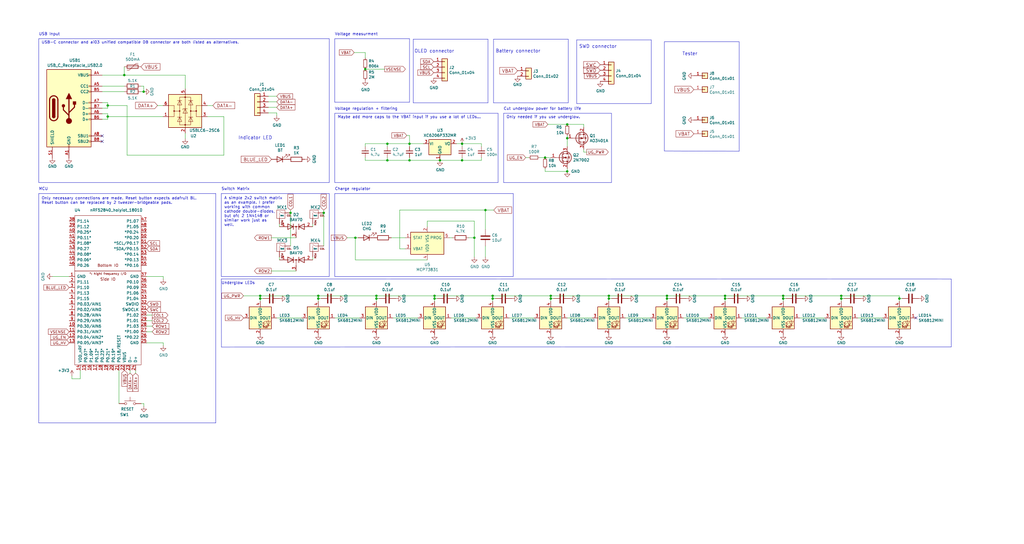
<source format=kicad_sch>
(kicad_sch (version 20211123) (generator eeschema)
  (paper "User" 470.002 250.012)
  (title_block (title "Forest 40 Bluetooth") (date "2022-01-07") (rev "1.0") (company "doantruonglam"))
  (junction (at 177.8 73.66))
  (junction (at 217.7288 109.22))
  (junction (at 260.35 78.74))
  (junction (at 212.09 73.66))
  (junction (at 252.7808 137.16))
  (junction (at 119.4308 137.16))
  (junction (at 260.35 63.5))
  (junction (at 201.93 73.66))
  (junction (at 222.8088 96.52))
  (junction (at 187.96 73.66))
  (junction (at 65.9384 42.1132))
  (junction (at 49.4284 48.4632))
  (junction (at 148.59 97.79))
  (junction (at 386.1308 137.16))
  (junction (at 119.4308 135.89))
  (junction (at 332.7908 135.89))
  (junction (at 199.4408 135.89))
  (junction (at 250.19 72.39))
  (junction (at 167.64 31.75))
  (junction (at 146.1008 135.89))
  (junction (at 332.7908 137.16))
  (junction (at 57.0484 34.4932))
  (junction (at 163.1188 109.22))
  (junction (at 252.7808 135.89))
  (junction (at 226.1108 135.89))
  (junction (at 412.8008 137.16))
  (junction (at 359.4608 135.89))
  (junction (at 133.35 97.79))
  (junction (at 226.1108 137.16))
  (junction (at 212.09 66.04))
  (junction (at 279.4508 135.89))
  (junction (at 199.4408 137.16))
  (junction (at 359.4608 137.16))
  (junction (at 146.1008 137.16))
  (junction (at 172.7708 137.16))
  (junction (at 279.4508 137.16))
  (junction (at 49.4284 53.5432))
  (junction (at 306.1208 135.89))
  (junction (at 386.1308 135.89))
  (junction (at 172.7708 135.89))
  (junction (at 260.35 57.15))
  (junction (at 187.96 66.04))
  (junction (at 177.8 66.04))
  (junction (at 306.1208 137.16))
  (no_connect (at 46.8884 62.4332))
  (no_connect (at 420.4208 146.05))
  (no_connect (at 46.8884 64.9732))
  (wire (pts (xy 159.3088 109.22) (xy 163.1188 109.22)))
  (wire (pts (xy 177.8 73.66) (xy 187.96 73.66)))
  (wire (pts (xy 185.9788 109.22) (xy 179.6288 109.22)))
  (wire (pts (xy 183.4388 96.52) (xy 183.4388 114.3)))
  (wire (pts (xy 148.59 97.79) (xy 148.59 113.03)))
  (wire (pts (xy 57.0484 34.4932) (xy 84.9884 34.4932)))
  (wire (pts (xy 260.35 77.47) (xy 260.35 78.74)))
  (wire (pts (xy 74.93 128.27) (xy 74.93 127)))
  (wire (pts (xy 252.7808 135.89) (xy 252.7808 137.16)))
  (polyline (pts (xy 153.67 52.07) (xy 228.6 52.07)) (stroke (width 0) (type solid)))
  (polyline (pts (xy 223.9772 18.034) (xy 223.9772 47.244)) (stroke (width 0) (type solid)))
  (wire (pts (xy 279.4508 137.16) (xy 279.4508 138.43)))
  (wire (pts (xy 119.4308 137.16) (xy 119.4308 138.43)))
  (wire (pts (xy 414.0708 137.16) (xy 412.8008 137.16)))
  (wire (pts (xy 183.4388 96.52) (xy 222.8088 96.52)))
  (wire (pts (xy 95.1484 53.5432) (xy 102.7684 53.5432)))
  (polyline (pts (xy 151.13 83.82) (xy 17.78 83.82)) (stroke (width 0) (type solid)))
  (wire (pts (xy 177.8 73.66) (xy 167.64 73.66)))
  (wire (pts (xy 74.93 158.75) (xy 74.93 157.48)))
  (wire (pts (xy 359.4608 137.16) (xy 359.4608 138.43)))
  (polyline (pts (xy 187.96 46.99) (xy 153.67 46.99)) (stroke (width 0) (type solid)))
  (wire (pts (xy 306.1208 137.16) (xy 306.1208 138.43)))
  (wire (pts (xy 146.1008 137.16) (xy 146.1008 138.43)))
  (polyline (pts (xy 231.14 52.07) (xy 231.14 83.82)) (stroke (width 0) (type solid)))
  (wire (pts (xy 163.1188 109.22) (xy 164.3888 109.22)))
  (polyline (pts (xy 189.6872 18.034) (xy 189.6872 47.244)) (stroke (width 0) (type solid)))
  (wire (pts (xy 280.7208 137.16) (xy 279.4508 137.16)))
  (polyline (pts (xy 436.626 128.2192) (xy 436.626 159.3596)) (stroke (width 0) (type solid)))
  (wire (pts (xy 69.85 149.86) (xy 67.31 149.86)))
  (wire (pts (xy 199.4408 135.89) (xy 199.4408 137.16)))
  (polyline (pts (xy 17.78 83.82) (xy 17.78 17.78)) (stroke (width 0) (type solid)))
  (wire (pts (xy 260.35 67.31) (xy 260.35 63.5)))
  (wire (pts (xy 33.02 173.99) (xy 33.02 172.72)))
  (wire (pts (xy 123.19 51.8668) (xy 127 51.8668)))
  (polyline (pts (xy 151.13 17.78) (xy 151.13 83.82)) (stroke (width 0) (type solid)))
  (wire (pts (xy 49.4284 48.4632) (xy 58.3184 48.4632)))
  (polyline (pts (xy 153.67 52.07) (xy 153.67 83.82)) (stroke (width 0) (type solid)))
  (wire (pts (xy 196.1388 101.6) (xy 217.7288 101.6)))
  (wire (pts (xy 200.7108 137.16) (xy 199.4408 137.16)))
  (wire (pts (xy 172.7708 135.89) (xy 199.4408 135.89)))
  (wire (pts (xy 186.69 62.23) (xy 187.96 62.23)))
  (wire (pts (xy 46.8884 39.5732) (xy 57.0484 39.5732)))
  (wire (pts (xy 133.35 97.79) (xy 133.35 113.03)))
  (polyline (pts (xy 99.06 194.31) (xy 99.06 88.9)) (stroke (width 0) (type solid)))
  (wire (pts (xy 220.98 67.31) (xy 220.98 66.04)))
  (wire (pts (xy 359.4608 135.89) (xy 359.4608 137.16)))
  (polyline (pts (xy 17.78 194.31) (xy 99.06 194.31)) (stroke (width 0) (type solid)))
  (wire (pts (xy 279.4508 135.89) (xy 306.1208 135.89)))
  (wire (pts (xy 279.4508 135.89) (xy 279.4508 137.16)))
  (wire (pts (xy 174.0408 137.16) (xy 172.7708 137.16)))
  (wire (pts (xy 247.65 72.39) (xy 250.19 72.39)))
  (wire (pts (xy 241.3 72.39) (xy 242.57 72.39)))
  (polyline (pts (xy 260.8072 47.244) (xy 226.5172 47.244)) (stroke (width 0) (type solid)))
  (wire (pts (xy 49.4284 48.4632) (xy 49.4284 49.7332)))
  (wire (pts (xy 58.3184 71.3232) (xy 102.7684 71.3232)))
  (wire (pts (xy 251.46 57.15) (xy 260.35 57.15)))
  (wire (pts (xy 306.1208 135.89) (xy 306.1208 137.16)))
  (wire (pts (xy 212.09 67.31) (xy 212.09 66.04)))
  (polyline (pts (xy 436.626 159.3596) (xy 101.6508 159.4612)) (stroke (width 0) (type solid)))
  (wire (pts (xy 66.04 186.69) (xy 66.04 185.42)))
  (wire (pts (xy 226.1108 135.89) (xy 252.7808 135.89)))
  (polyline (pts (xy 189.6872 18.034) (xy 223.9772 18.034)) (stroke (width 0) (type solid)))
  (wire (pts (xy 332.7908 135.89) (xy 332.7908 137.16)))
  (wire (pts (xy 143.51 118.11) (xy 143.51 119.38)))
  (wire (pts (xy 386.1308 135.89) (xy 386.1308 137.16)))
  (wire (pts (xy 226.1108 135.89) (xy 226.1108 137.16)))
  (wire (pts (xy 180.3908 146.05) (xy 191.8208 146.05)))
  (wire (pts (xy 212.09 73.66) (xy 220.98 73.66)))
  (wire (pts (xy 65.9384 39.5732) (xy 64.6684 39.5732)))
  (wire (pts (xy 46.8884 54.8132) (xy 49.4284 54.8132)))
  (polyline (pts (xy 101.6 88.9) (xy 101.6 127)) (stroke (width 0) (type solid)))
  (wire (pts (xy 167.64 66.04) (xy 177.8 66.04)))
  (wire (pts (xy 307.3908 137.16) (xy 306.1208 137.16)))
  (wire (pts (xy 250.19 78.74) (xy 250.19 77.47)))
  (polyline (pts (xy 304.9524 19.2024) (xy 304.9524 69.342)) (stroke (width 0) (type solid)))
  (wire (pts (xy 135.89 124.46) (xy 124.46 124.46)))
  (wire (pts (xy 217.7288 109.22) (xy 217.7288 118.11)))
  (wire (pts (xy 135.89 109.22) (xy 124.46 109.22)))
  (polyline (pts (xy 17.78 17.78) (xy 151.13 17.78)) (stroke (width 0) (type solid)))
  (wire (pts (xy 69.85 152.4) (xy 67.31 152.4)))
  (wire (pts (xy 306.1208 135.89) (xy 332.7908 135.89)))
  (wire (pts (xy 72.2884 48.4632) (xy 74.8284 48.4632)))
  (polyline (pts (xy 223.9772 47.244) (xy 189.6872 47.244)) (stroke (width 0) (type solid)))
  (wire (pts (xy 220.98 66.04) (xy 212.09 66.04)))
  (wire (pts (xy 199.4408 135.89) (xy 226.1108 135.89)))
  (wire (pts (xy 128.27 118.11) (xy 128.27 119.38)))
  (polyline (pts (xy 231.14 83.82) (xy 280.67 83.82)) (stroke (width 0) (type solid)))
  (wire (pts (xy 177.8 66.04) (xy 187.96 66.04)))
  (wire (pts (xy 393.7508 146.05) (xy 405.1808 146.05)))
  (wire (pts (xy 163.1188 119.38) (xy 163.1188 109.22)))
  (wire (pts (xy 233.7308 146.05) (xy 245.1608 146.05)))
  (wire (pts (xy 177.8 72.39) (xy 177.8 73.66)))
  (polyline (pts (xy 226.5172 18.034) (xy 226.5172 47.244)) (stroke (width 0) (type solid)))
  (wire (pts (xy 226.1108 137.16) (xy 226.1108 138.43)))
  (wire (pts (xy 146.1008 135.89) (xy 172.7708 135.89)))
  (wire (pts (xy 334.0608 137.16) (xy 332.7908 137.16)))
  (wire (pts (xy 187.96 67.31) (xy 187.96 66.04)))
  (wire (pts (xy 359.4608 135.89) (xy 386.1308 135.89)))
  (wire (pts (xy 260.35 62.23) (xy 260.35 63.5)))
  (wire (pts (xy 187.96 66.04) (xy 194.31 66.04)))
  (wire (pts (xy 172.7708 137.16) (xy 172.7708 138.43)))
  (wire (pts (xy 254.0508 137.16) (xy 252.7808 137.16)))
  (polyline (pts (xy 153.67 83.82) (xy 228.6 83.82)) (stroke (width 0) (type solid)))
  (polyline (pts (xy 260.8072 18.034) (xy 260.8072 47.244)) (stroke (width 0) (type solid)))
  (wire (pts (xy 102.7684 71.3232) (xy 102.7684 53.5432)))
  (wire (pts (xy 36.83 173.99) (xy 36.83 170.18)))
  (wire (pts (xy 123.19 46.7868) (xy 127 46.7868)))
  (polyline (pts (xy 153.67 17.78) (xy 153.67 46.99)) (stroke (width 0) (type solid)))
  (wire (pts (xy 33.02 173.99) (xy 36.83 173.99)))
  (wire (pts (xy 167.64 31.75) (xy 176.53 31.75)))
  (wire (pts (xy 260.35 57.15) (xy 267.97 57.15)))
  (wire (pts (xy 209.55 66.04) (xy 212.09 66.04)))
  (polyline (pts (xy 298.958 18.3388) (xy 298.958 47.5488)) (stroke (width 0) (type solid)))
  (wire (pts (xy 119.4308 135.89) (xy 146.1008 135.89)))
  (wire (pts (xy 49.4284 53.5432) (xy 49.4284 54.8132)))
  (wire (pts (xy 57.0484 34.4932) (xy 57.0484 30.6832)))
  (wire (pts (xy 196.1388 101.6) (xy 196.1388 104.14)))
  (wire (pts (xy 62.23 170.18) (xy 62.23 171.45)))
  (wire (pts (xy 74.93 157.48) (xy 67.31 157.48)))
  (wire (pts (xy 332.7908 135.89) (xy 359.4608 135.89)))
  (wire (pts (xy 250.19 72.39) (xy 252.73 72.39)))
  (wire (pts (xy 199.4408 137.16) (xy 199.4408 138.43)))
  (wire (pts (xy 386.1308 135.89) (xy 412.8008 135.89)))
  (wire (pts (xy 46.8884 49.7332) (xy 49.4284 49.7332)))
  (wire (pts (xy 340.4108 146.05) (xy 351.8408 146.05)))
  (wire (pts (xy 49.4284 47.1932) (xy 49.4284 48.4632)))
  (wire (pts (xy 313.7408 146.05) (xy 325.1708 146.05)))
  (wire (pts (xy 49.4284 53.5432) (xy 74.8284 53.5432)))
  (polyline (pts (xy 99.06 88.9) (xy 17.78 88.9)) (stroke (width 0) (type solid)))
  (wire (pts (xy 187.96 73.66) (xy 201.93 73.66)))
  (polyline (pts (xy 339.2424 19.2024) (xy 339.2424 69.4944)) (stroke (width 0) (type solid)))
  (wire (pts (xy 147.3708 137.16) (xy 146.1008 137.16)))
  (wire (pts (xy 84.9884 34.4932) (xy 84.9884 40.8432)))
  (wire (pts (xy 267.97 69.85) (xy 267.97 68.58)))
  (polyline (pts (xy 280.67 83.82) (xy 280.67 52.07)) (stroke (width 0) (type solid)))
  (polyline (pts (xy 231.14 52.07) (xy 280.67 52.07)) (stroke (width 0) (type solid)))
  (wire (pts (xy 386.1308 137.16) (xy 386.1308 138.43)))
  (wire (pts (xy 123.19 44.2468) (xy 127 44.2468)))
  (wire (pts (xy 162.56 24.13) (xy 167.64 24.13)))
  (polyline (pts (xy 339.2424 69.4944) (xy 304.9524 69.342)) (stroke (width 0) (type solid)))
  (wire (pts (xy 167.64 24.13) (xy 167.64 26.67)))
  (wire (pts (xy 332.7908 137.16) (xy 332.7908 138.43)))
  (polyline (pts (xy 264.668 18.3388) (xy 298.958 18.3388)) (stroke (width 0) (type solid)))
  (wire (pts (xy 59.69 170.18) (xy 59.69 171.45)))
  (wire (pts (xy 252.7808 137.16) (xy 252.7808 138.43)))
  (polyline (pts (xy 228.6 52.07) (xy 228.6 83.82)) (stroke (width 0) (type solid)))
  (wire (pts (xy 54.61 185.42) (xy 54.61 170.18)))
  (wire (pts (xy 153.7208 146.05) (xy 165.1508 146.05)))
  (wire (pts (xy 287.0708 146.05) (xy 298.5008 146.05)))
  (wire (pts (xy 267.97 57.15) (xy 267.97 58.42)))
  (wire (pts (xy 128.27 102.87) (xy 128.27 104.14)))
  (polyline (pts (xy 101.6 128.1176) (xy 436.626 128.2192)) (stroke (width 0) (type solid)))
  (wire (pts (xy 123.19 49.3268) (xy 127 49.3268)))
  (polyline (pts (xy 226.5172 18.034) (xy 260.8072 18.034)) (stroke (width 0) (type solid)))
  (polyline (pts (xy 264.668 18.3388) (xy 264.668 47.5488)) (stroke (width 0) (type solid)))
  (wire (pts (xy 69.85 144.78) (xy 67.31 144.78)))
  (wire (pts (xy 133.35 96.52) (xy 133.35 97.79)))
  (wire (pts (xy 111.76 135.89) (xy 119.4308 135.89)))
  (wire (pts (xy 207.0608 146.05) (xy 218.4908 146.05)))
  (wire (pts (xy 84.9884 61.1632) (xy 84.9884 63.7032)))
  (wire (pts (xy 69.85 147.32) (xy 67.31 147.32)))
  (polyline (pts (xy 17.78 88.9) (xy 17.78 194.31)) (stroke (width 0) (type solid)))
  (polyline (pts (xy 153.67 127) (xy 235.5596 127)) (stroke (width 0) (type solid)))
  (wire (pts (xy 119.4308 135.89) (xy 119.4308 137.16)))
  (polyline (pts (xy 101.6508 159.4612) (xy 101.6 128.1176)) (stroke (width 0) (type solid)))
  (wire (pts (xy 64.6684 42.1132) (xy 65.9384 42.1132)))
  (wire (pts (xy 227.3808 137.16) (xy 226.1108 137.16)))
  (wire (pts (xy 74.93 127) (xy 67.31 127)))
  (wire (pts (xy 167.64 73.66) (xy 167.64 72.39)))
  (wire (pts (xy 201.93 73.66) (xy 212.09 73.66)))
  (wire (pts (xy 46.8884 52.2732) (xy 49.4284 52.2732)))
  (wire (pts (xy 95.1484 48.4632) (xy 97.6884 48.4632)))
  (wire (pts (xy 207.5688 109.22) (xy 206.2988 109.22)))
  (polyline (pts (xy 153.67 88.9) (xy 235.5596 88.9)) (stroke (width 0) (type solid)))
  (wire (pts (xy 49.4284 52.2732) (xy 49.4284 53.5432)))
  (wire (pts (xy 120.7008 137.16) (xy 119.4308 137.16)))
  (wire (pts (xy 252.7808 135.89) (xy 279.4508 135.89)))
  (wire (pts (xy 222.8088 96.52) (xy 222.8088 105.41)))
  (wire (pts (xy 58.3184 48.4632) (xy 58.3184 71.3232)))
  (wire (pts (xy 46.8884 47.1932) (xy 49.4284 47.1932)))
  (polyline (pts (xy 304.9524 19.2024) (xy 339.2424 19.2024)) (stroke (width 0) (type solid)))
  (wire (pts (xy 127.0508 146.05) (xy 138.4808 146.05)))
  (wire (pts (xy 143.51 102.87) (xy 143.51 104.14)))
  (wire (pts (xy 148.59 96.52) (xy 148.59 97.79)))
  (wire (pts (xy 412.8008 135.89) (xy 412.8008 137.16)))
  (wire (pts (xy 31.75 127) (xy 24.13 127)))
  (wire (pts (xy 222.8088 96.52) (xy 226.6188 96.52)))
  (polyline (pts (xy 298.958 47.5488) (xy 264.668 47.5488)) (stroke (width 0) (type solid)))
  (wire (pts (xy 360.7308 137.16) (xy 359.4608 137.16)))
  (wire (pts (xy 367.0808 146.05) (xy 378.5108 146.05)))
  (wire (pts (xy 187.96 62.23) (xy 187.96 66.04)))
  (wire (pts (xy 177.8 67.31) (xy 177.8 66.04)))
  (wire (pts (xy 212.09 72.39) (xy 212.09 73.66)))
  (polyline (pts (xy 151.13 88.9) (xy 151.13 127)) (stroke (width 0) (type solid)))
  (wire (pts (xy 196.1388 119.38) (xy 163.1188 119.38)))
  (polyline (pts (xy 153.67 17.78) (xy 187.96 17.78)) (stroke (width 0) (type solid)))
  (polyline (pts (xy 151.13 127) (xy 101.6 127)) (stroke (width 0) (type solid)))
  (wire (pts (xy 187.96 72.39) (xy 187.96 73.66)))
  (wire (pts (xy 172.7708 135.89) (xy 172.7708 137.16)))
  (wire (pts (xy 222.8088 118.11) (xy 222.8088 113.03)))
  (wire (pts (xy 46.8884 34.4932) (xy 57.0484 34.4932)))
  (wire (pts (xy 260.35 78.74) (xy 250.19 78.74)))
  (wire (pts (xy 220.98 73.66) (xy 220.98 72.39)))
  (wire (pts (xy 217.7288 101.6) (xy 217.7288 109.22)))
  (wire (pts (xy 65.9384 42.1132) (xy 65.9384 39.5732)))
  (polyline (pts (xy 101.6 88.9) (xy 151.13 88.9)) (stroke (width 0) (type solid)))
  (wire (pts (xy 46.8884 42.1132) (xy 57.0484 42.1132)))
  (polyline (pts (xy 187.96 17.78) (xy 187.96 46.99)) (stroke (width 0) (type solid)))
  (polyline (pts (xy 235.5596 127) (xy 235.5596 88.9)) (stroke (width 0) (type solid)))
  (wire (pts (xy 260.4008 146.05) (xy 271.8308 146.05)))
  (wire (pts (xy 387.4008 137.16) (xy 386.1308 137.16)))
  (polyline (pts (xy 153.67 88.9) (xy 153.67 127)) (stroke (width 0) (type solid)))
  (wire (pts (xy 215.1888 109.22) (xy 217.7288 109.22)))
  (wire (pts (xy 167.64 67.31) (xy 167.64 66.04)))
  (wire (pts (xy 412.8008 137.16) (xy 412.8008 138.43)))
  (wire (pts (xy 183.4388 114.3) (xy 185.9788 114.3)))
  (wire (pts (xy 146.1008 135.89) (xy 146.1008 137.16)))
  (wire (pts (xy 269.24 69.85) (xy 267.97 69.85)))
  (wire (pts (xy 127 51.8668) (xy 127 53.1368)))
  (wire (pts (xy 66.04 185.42) (xy 64.77 185.42)))
  (text "Only necessary connections are made. Reset button expects adafruit BL.\nReset button can be replaced by 2 tweezer-bridgeable pads." (at 19.05 93.98 0) (effects (font (size 1.27 1.27)) (justify left bottom)))
  (text "Underglow LEDs" (at 101.6 130.81 0) (effects (font (size 1.27 1.27)) (justify left bottom)))
  (text "OLED connector" (at 190.1444 24.4856 0) (effects (font (size 1.524 1.524)) (justify left bottom)))
  (text "Indicator LED" (at 109.3724 64.3128 0) (effects (font (size 1.524 1.524)) (justify left bottom)))
  (text "Switch Matrix" (at 101.6 87.63 0) (effects (font (size 1.27 1.27)) (justify left bottom)))
  (text "SWD connector" (at 265.7856 22.352 0) (effects (font (size 1.524 1.524)) (justify left bottom)))
  (text "USB Input" (at 17.78 16.51 0) (effects (font (size 1.27 1.27)) (justify left bottom)))
  (text "Charge regulator" (at 153.67 87.63 0) (effects (font (size 1.27 1.27)) (justify left bottom)))
  (text "Maybe add more caps to the VBAT input if you use a lot of LEDs..." (at 154.94 54.61 0) (effects (font (size 1.27 1.27)) (justify left bottom)))
  (text "Battery connector" (at 227.4316 24.4348 0) (effects (font (size 1.524 1.524)) (justify left bottom)))
  (text "MCU" (at 17.78 87.63 0) (effects (font (size 1.27 1.27)) (justify left bottom)))
  (text "A simple 2x2 switch matrix \nas an example. I prefer \nworking with common \ncathode double-diodes, \nbut ofc 2 1N4148 or \nsimilar work just as \nwell." (at 102.87 104.14 0) (effects (font (size 1.27 1.27)) (justify left bottom)))
  (text "Cut underglow power for battery life" (at 231.14 50.8 0) (effects (font (size 1.27 1.27)) (justify left bottom)))
  (text "Tester" (at 313.1312 25.7048 0) (effects (font (size 1.524 1.524)) (justify left bottom)))
  (text "USB-C connector and ai03 unified compatible DB connector are both listed as alternatives." (at 19.05 20.32 0) (effects (font (size 1.27 1.27)) (justify left bottom)))
  (text "Voltage regulation + filtering" (at 153.67 50.8 0) (effects (font (size 1.27 1.27)) (justify left bottom)))
  (text "Voltage measurment" (at 153.67 16.51 0) (effects (font (size 1.27 1.27)) (justify left bottom)))
  (text "Only needed if you use underglow." (at 232.41 54.61 0) (effects (font (size 1.27 1.27)) (justify left bottom)))
  (global_label "BLUE_LED" (shape input) (at 31.75 132.08 180) (property "Intersheet References" "${INTERSHEET_REFS}" (effects hide)))
  (global_label "VSENSE" (shape output) (at 176.53 31.75 0) (property "Intersheet References" "${INTERSHEET_REFS}" (effects hide)))
  (global_label "COL1" (shape input) (at 133.35 96.52 90) (property "Intersheet References" "${INTERSHEET_REFS}" (effects hide)))
  (global_label "VBAT" (shape input) (at 226.6188 96.52 0) (effects (font (size 1.524 1.524))) (property "Intersheet References" "${INTERSHEET_REFS}" (effects hide)))
  (global_label "VBUS" (shape input) (at 57.15 170.18 270) (property "Intersheet References" "${INTERSHEET_REFS}" (effects hide)))
  (global_label "SCL" (shape input) (at 67.31 111.76 0) (property "Intersheet References" "${INTERSHEET_REFS}" (effects hide)))
  (global_label "COL2" (shape output) (at 69.85 147.32 0) (property "Intersheet References" "${INTERSHEET_REFS}" (effects hide)))
  (global_label "VBUS" (shape input) (at 127 44.2468 0) (property "Intersheet References" "${INTERSHEET_REFS}" (effects hide)))
  (global_label "UG_PWR" (shape input) (at 111.76 135.89 180) (property "Intersheet References" "${INTERSHEET_REFS}" (effects hide)))
  (global_label "VBUS" (shape input) (at 275.4884 34.8488 180) (property "Intersheet References" "${INTERSHEET_REFS}" (effects hide)))
  (global_label "VBAT" (shape input) (at 162.56 24.13 180) (property "Intersheet References" "${INTERSHEET_REFS}" (effects hide)))
  (global_label "VSENSE" (shape input) (at 31.75 152.4 180) (property "Intersheet References" "${INTERSHEET_REFS}" (effects hide)))
  (global_label "DATA-" (shape input) (at 97.6884 48.4632 0) (effects (font (size 1.524 1.524))) (property "Intersheet References" "${INTERSHEET_REFS}" (effects hide)))
  (global_label "VBUS" (shape input) (at 199.0344 33.3756 180) (property "Intersheet References" "${INTERSHEET_REFS}" (effects hide)))
  (global_label "SWD" (shape input) (at 275.4884 32.3088 180) (effects (font (size 1.524 1.524))) (property "Intersheet References" "${INTERSHEET_REFS}" (effects hide)))
  (global_label "ROW1" (shape input) (at 69.85 149.86 0) (property "Intersheet References" "${INTERSHEET_REFS}" (effects hide)))
  (global_label "VBAT" (shape input) (at 318.4652 61.468 180) (effects (font (size 1.524 1.524))) (property "Intersheet References" "${INTERSHEET_REFS}" (effects hide)))
  (global_label "VBUS" (shape input) (at 159.3088 109.22 180) (property "Intersheet References" "${INTERSHEET_REFS}" (effects hide)))
  (global_label "DATA-" (shape input) (at 59.69 171.45 270) (property "Intersheet References" "${INTERSHEET_REFS}" (effects hide)))
  (global_label "SDA" (shape input) (at 67.31 114.3 0) (property "Intersheet References" "${INTERSHEET_REFS}" (effects hide)))
  (global_label "SCL" (shape input) (at 199.0344 30.8356 180) (property "Intersheet References" "${INTERSHEET_REFS}" (effects hide)))
  (global_label "UG_HV" (shape input) (at 111.8108 146.05 180) (property "Intersheet References" "${INTERSHEET_REFS}" (effects hide)))
  (global_label "VBAT" (shape input) (at 186.69 62.23 180) (property "Intersheet References" "${INTERSHEET_REFS}" (effects hide)))
  (global_label "SWC" (shape input) (at 275.4884 29.7688 180) (effects (font (size 1.524 1.524))) (property "Intersheet References" "${INTERSHEET_REFS}" (effects hide)))
  (global_label "DATA+" (shape input) (at 72.2884 48.4632 180) (effects (font (size 1.524 1.524))) (property "Intersheet References" "${INTERSHEET_REFS}" (effects hide)))
  (global_label "DATA+" (shape input) (at 127 49.3268 0) (property "Intersheet References" "${INTERSHEET_REFS}" (effects hide)))
  (global_label "ROW2" (shape input) (at 69.85 152.4 0) (property "Intersheet References" "${INTERSHEET_REFS}" (effects hide)))
  (global_label "DATA-" (shape input) (at 127 46.7868 0) (property "Intersheet References" "${INTERSHEET_REFS}" (effects hide)))
  (global_label "ROW2" (shape output) (at 124.46 124.46 180) (property "Intersheet References" "${INTERSHEET_REFS}" (effects hide)))
  (global_label "VBAT" (shape input) (at 237.5408 32.512 180) (effects (font (size 1.524 1.524))) (property "Intersheet References" "${INTERSHEET_REFS}" (effects hide)))
  (global_label "UG_HV" (shape input) (at 31.75 157.48 180) (property "Intersheet References" "${INTERSHEET_REFS}" (effects hide)))
  (global_label "COL1" (shape output) (at 69.85 144.78 0) (property "Intersheet References" "${INTERSHEET_REFS}" (effects hide)))
  (global_label "SDA" (shape input) (at 199.0344 28.2956 180) (property "Intersheet References" "${INTERSHEET_REFS}" (effects hide)))
  (global_label "VBUS" (shape input) (at 64.6684 30.6832 0) (effects (font (size 1.524 1.524))) (property "Intersheet References" "${INTERSHEET_REFS}" (effects hide)))
  (global_label "UG_EN" (shape input) (at 241.3 72.39 180) (property "Intersheet References" "${INTERSHEET_REFS}" (effects hide)))
  (global_label "VBAT" (shape input) (at 251.46 57.15 180) (property "Intersheet References" "${INTERSHEET_REFS}" (effects hide)))
  (global_label "SWD" (shape input) (at 67.31 139.7 0) (property "Intersheet References" "${INTERSHEET_REFS}" (effects hide)))
  (global_label "VBUS" (shape input) (at 318.4652 41.148 180) (effects (font (size 1.524 1.524))) (property "Intersheet References" "${INTERSHEET_REFS}" (effects hide)))
  (global_label "UG_PWR" (shape output) (at 269.24 69.85 0) (property "Intersheet References" "${INTERSHEET_REFS}" (effects hide)))
  (global_label "SWC" (shape input) (at 67.31 142.24 0) (property "Intersheet References" "${INTERSHEET_REFS}" (effects hide)))
  (global_label "ROW1" (shape output) (at 124.46 109.22 180) (property "Intersheet References" "${INTERSHEET_REFS}" (effects hide)))
  (global_label "DATA+" (shape input) (at 62.23 171.45 270) (property "Intersheet References" "${INTERSHEET_REFS}" (effects hide)))
  (global_label "BLUE_LED" (shape input) (at 124.6124 73.2028 180) (effects (font (size 1.524 1.524))) (property "Intersheet References" "${INTERSHEET_REFS}" (effects hide)))
  (global_label "COL2" (shape input) (at 148.59 96.52 90) (property "Intersheet References" "${INTERSHEET_REFS}" (effects hide)))
  (global_label "UG_EN" (shape input) (at 31.75 154.94 180) (property "Intersheet References" "${INTERSHEET_REFS}" (effects hide)))
  (symbol (lib_id "power:+3.3V") (at 212.09 66.04 0) (unit 1)
    (property "Reference" "#PWR011" (effects hide))
    (property "Value" "+3.3V" (at 215.9 63.5 0))
  )
  (symbol (lib_id "power:GND") (at 201.93 73.66 0) (unit 1)
    (property "Reference" "#PWR014" (effects hide))
    (property "Value" "GND" (at 202.057 78.0542 0))
  )
  (symbol (lib_id "kicad-keyboard-parts:XC6206PxxxMR-Regulator_Linear") (at 201.93 66.04 0) (unit 1)
    (property "Reference" "U3" (at 201.93 59.8932 0))
    (property "Value" "XC6206P332MR" (at 201.93 62.2046 0))
    (property "Footprint" "Package_TO_SOT_SMD:SOT-23" (effects hide))
    (property "Datasheet" "https://www.torexsemi.com/file/xc6206/XC6206.pdf" (effects hide))
    (property "LCSC" "C5446" (effects hide))
  )
  (symbol (lib_id "Device:C_Small") (at 187.96 69.85 0) (unit 1)
    (property "Reference" "C3" (at 190.2968 68.6816 0) (effects (justify left)))
    (property "Value" "1uF" (at 190.2968 70.993 0) (effects (justify left)))
    (property "Footprint" "Capacitor_SMD:C_0603_1608Metric_Pad1.05x0.95mm_HandSolder" (effects hide))
    (property "LCSC" "C52923" (effects hide))
  )
  (symbol (lib_id "Device:C_Small") (at 212.09 69.85 0) (unit 1)
    (property "Reference" "C4" (at 214.4268 68.6816 0) (effects (justify left)))
    (property "Value" "1uF" (at 214.4268 70.993 0) (effects (justify left)))
    (property "Footprint" "Capacitor_SMD:C_0603_1608Metric_Pad1.05x0.95mm_HandSolder" (effects hide))
    (property "LCSC" "C52923" (effects hide))
  )
  (symbol (lib_id "Device:C_Small") (at 177.8 69.85 0) (unit 1)
    (property "Reference" "C2" (at 180.1368 68.6816 0) (effects (justify left)))
    (property "Value" "4.7uF" (at 180.1368 70.993 0) (effects (justify left)))
    (property "Footprint" "Capacitor_SMD:C_0603_1608Metric_Pad1.05x0.95mm_HandSolder" (effects hide))
    (property "LCSC" "C23733" (effects hide))
  )
  (symbol (lib_id "Connector:USB_C_Receptacle_USB2.0") (at 31.6484 49.7332 0) (unit 1)
    (property "Reference" "USB1" (at 34.3662 27.7114 0))
    (property "Value" "USB_C_Receptacle_USB2.0" (at 34.3662 30.0228 0))
    (property "Footprint" "Connector_USB:USB_C_Receptacle_HRO_TYPE-C-31-M-12" (effects hide))
    (property "Datasheet" "https://www.usb.org/sites/default/files/documents/usb_type-c.zip" (effects hide))
  )
  (symbol (lib_id "forest-40-ble:GND-nrfmicro-rescue") (at 31.6484 72.5932 0) (unit 1)
    (property "Reference" "#PWR0103" (effects hide))
    (property "Value" "GND" (at 31.6484 76.4032 0))
  )
  (symbol (lib_id "Device:C") (at 222.8088 109.22 0) (unit 1)
    (property "Reference" "C6" (at 225.7298 108.0516 0) (effects (justify left)))
    (property "Value" "10uF" (at 225.7298 110.363 0) (effects (justify left)))
    (property "Footprint" "Capacitor_SMD:C_0805_2012Metric" (effects hide))
  )
  (symbol (lib_id "Device:R") (at 211.3788 109.22 90) (unit 1)
    (property "Reference" "R10" (at 211.3788 103.9622 90))
    (property "Value" "4.7K" (at 211.3788 106.2736 90))
    (property "Footprint" "Resistor_SMD:R_0805_2012Metric" (effects hide))
  )
  (symbol (lib_id "Battery_Management:MCP73831-2-OT") (at 196.1388 111.76 180) (unit 1)
    (property "Reference" "U5" (at 196.1388 121.5644 0))
    (property "Value" "MCP73831" (at 196.1388 123.8758 0))
    (property "Footprint" "Package_TO_SOT_SMD:SOT-23-5" (effects hide))
    (property "Datasheet" "http://ww1.microchip.com/downloads/en/DeviceDoc/20001984g.pdf" (effects hide))
  )
  (symbol (lib_id "power:GND") (at 222.8088 118.11 0) (unit 1)
    (property "Reference" "#PWR010" (effects hide))
    (property "Value" "GND" (at 222.9358 122.5042 0))
  )
  (symbol (lib_id "power:GND") (at 217.7288 118.11 0) (unit 1)
    (property "Reference" "#PWR09" (effects hide))
    (property "Value" "GND" (at 217.8558 122.5042 0))
  )
  (symbol (lib_id "Device:R") (at 136.0424 73.2028 90) (unit 1)
    (property "Reference" "R3" (at 136.0424 67.945 90))
    (property "Value" "1K" (at 136.0424 70.2564 90))
    (property "Footprint" "Resistor_SMD:R_0805_2012Metric" (effects hide))
  )
  (symbol (lib_id "power:GND") (at 139.8524 73.2028 90) (unit 1)
    (property "Reference" "#PWR06" (effects hide))
    (property "Value" "GND" (at 144.2466 73.0758 0))
  )
  (symbol (lib_id "Device:LED") (at 128.4224 73.2028 180) (unit 1)
    (property "Reference" "LED1" (at 128.6002 66.7258 0))
    (property "Value" "BT" (at 128.6002 69.0372 0))
    (property "Footprint" "LED_SMD:LED_0805_2012Metric" (effects hide))
  )
  (symbol (lib_id "Device:R") (at 175.8188 109.22 90) (unit 1)
    (property "Reference" "R9" (at 175.8188 103.9622 90))
    (property "Value" "1K" (at 175.8188 106.2736 90))
    (property "Footprint" "Resistor_SMD:R_0805_2012Metric" (effects hide))
  )
  (symbol (lib_id "Device:LED") (at 168.1988 109.22 180) (unit 1)
    (property "Reference" "LED2" (at 168.3766 102.743 0))
    (property "Value" "CHG" (at 168.3766 105.0544 0))
    (property "Footprint" "LED_SMD:LED_0805_2012Metric" (effects hide))
  )
  (symbol (lib_id "forest-40-ble:GND-nrfmicro-rescue") (at 237.5408 35.052 0) (unit 1)
    (property "Reference" "#PWR015" (effects hide))
    (property "Value" "GND" (at 237.5408 38.862 0))
  )
  (symbol (lib_id "Connector_Generic:Conn_01x02") (at 242.6208 32.512 0) (unit 1)
    (property "Reference" "J3" (at 244.6528 32.7152 0) (effects (justify left)))
    (property "Value" "Conn_01x02" (at 244.6528 35.0266 0) (effects (justify left)))
    (property "Footprint" "Connector_PinHeader_2.54mm:PinHeader_1x02_P2.54mm_Horizontal" (effects hide))
  )
  (symbol (lib_id "Device:R") (at 60.8584 39.5732 270) (unit 1)
    (property "Reference" "R1" (at 60.8584 39.5732 90))
    (property "Value" "5.1K" (at 60.8584 37.0332 90))
    (property "Footprint" "Resistor_SMD:R_0805_2012Metric" (effects hide))
  )
  (symbol (lib_id "Device:R") (at 60.8584 42.1132 270) (unit 1)
    (property "Reference" "R2" (at 60.8584 42.1132 90))
    (property "Value" "5.1K" (at 60.8584 45.0596 90))
    (property "Footprint" "Resistor_SMD:R_0805_2012Metric" (effects hide))
  )
  (symbol (lib_id "forest-40-ble:GND-nrfmicro-rescue") (at 65.9384 42.1132 90) (unit 1)
    (property "Reference" "#PWR0104" (effects hide))
    (property "Value" "GND" (at 69.7484 42.1132 0))
  )
  (symbol (lib_id "Device:C_Small") (at 167.64 69.85 0) (unit 1)
    (property "Reference" "C1" (at 169.9768 68.6816 0) (effects (justify left)))
    (property "Value" "4.7u" (at 169.9768 70.993 0) (effects (justify left)))
    (property "Footprint" "Capacitor_SMD:C_0603_1608Metric_Pad1.05x0.95mm_HandSolder" (effects hide))
    (property "LCSC" "C7171" (effects hide))
  )
  (symbol (lib_id "Connector_Generic:Conn_01x04") (at 204.1144 30.8356 0) (unit 1)
    (property "Reference" "J2" (at 206.1464 31.0388 0) (effects (justify left)))
    (property "Value" "Conn_01x04" (at 206.1464 33.3502 0) (effects (justify left)))
    (property "Footprint" "Button_Switch_Keyboard:0.91_SSD1306_OLED" (effects hide))
  )
  (symbol (lib_id "power:GND") (at 199.0344 35.9156 0) (unit 1)
    (property "Reference" "#PWR017" (effects hide))
    (property "Value" "GND" (at 199.1614 40.3098 0))
  )
  (symbol (lib_id "Connector_Generic:Conn_01x04") (at 280.5684 32.3088 0) (unit 1)
    (property "Reference" "J4" (at 282.6004 32.512 0) (effects (justify left)))
    (property "Value" "Conn_01x04" (at 282.6004 34.8234 0) (effects (justify left)))
    (property "Footprint" "Connector_PinHeader_2.54mm:PinHeader_1x04_P2.54mm_Vertical" (effects hide))
  )
  (symbol (lib_id "power:GND") (at 275.4884 37.3888 0) (unit 1)
    (property "Reference" "#PWR0102" (effects hide))
    (property "Value" "GND" (at 275.6154 41.783 0))
  )
  (symbol (lib_id "Device:Polyfuse") (at 60.8584 30.6832 270) (unit 1)
    (property "Reference" "F1" (at 60.8584 24.9682 90))
    (property "Value" "500mA" (at 60.8584 27.2796 90))
    (property "Footprint" "Fuse:Fuse_0805_2012Metric" (effects hide))
  )
  (symbol (lib_id "Power_Protection:USBLC6-2SC6") (at 84.9884 51.0032 0) (unit 1)
    (property "Reference" "U2" (at 88.7984 62.4332 0))
    (property "Value" "USBLC6-2SC6" (at 93.8784 59.8932 0))
    (property "Footprint" "Package_TO_SOT_SMD:SOT-23-6" (effects hide))
    (property "Datasheet" "http://www2.st.com/resource/en/datasheet/CD00050750.pdf" (effects hide))
  )
  (symbol (lib_id "forest-40-ble:GND-nrfmicro-rescue") (at 84.9884 63.7032 0) (unit 1)
    (property "Reference" "#PWR013" (effects hide))
    (property "Value" "GND" (at 84.9884 67.5132 0))
  )
  (symbol (lib_id "forest-40-ble:GND-nrfmicro-rescue") (at 24.0284 72.5932 0) (unit 1)
    (property "Reference" "#PWR0106" (effects hide))
    (property "Value" "GND" (at 24.0284 76.4032 0))
  )
  (symbol (lib_id "Connector_Generic:Conn_01x01") (at 323.5452 61.468 0) (unit 1)
    (property "Reference" "J5" (at 325.5772 60.4012 0) (effects (justify left)))
    (property "Value" "Conn_01x01" (at 325.5772 62.7126 0) (effects (justify left)))
    (property "Footprint" "nrfmicro:round-square-pads" (effects hide))
  )
  (symbol (lib_id "Connector_Generic:Conn_01x01") (at 323.5452 55.118 0) (unit 1)
    (property "Reference" "J6" (at 325.5772 54.0512 0) (effects (justify left)))
    (property "Value" "Conn_01x01" (at 325.5772 56.3626 0) (effects (justify left)))
    (property "Footprint" "nrfmicro:round-square-pads" (effects hide))
  )
  (symbol (lib_id "power:GND") (at 318.4652 55.118 270) (unit 1)
    (property "Reference" "#PWR057" (effects hide))
    (property "Value" "GND" (at 314.071 55.245 0))
  )
  (symbol (lib_id "Connector_Generic:Conn_01x01") (at 323.5452 34.798 0) (unit 1)
    (property "Reference" "J8" (at 325.5772 33.7312 0) (effects (justify left)))
    (property "Value" "Conn_01x01" (at 325.5772 36.0426 0) (effects (justify left)))
    (property "Footprint" "nrfmicro:round-square-pads" (effects hide))
  )
  (symbol (lib_id "Connector_Generic:Conn_01x01") (at 323.5452 41.148 0) (unit 1)
    (property "Reference" "J7" (at 325.5772 40.0812 0) (effects (justify left)))
    (property "Value" "Conn_01x01" (at 325.5772 42.3926 0) (effects (justify left)))
    (property "Footprint" "nrfmicro:round-square-pads" (effects hide))
  )
  (symbol (lib_id "power:GND") (at 318.4652 34.798 270) (unit 1)
    (property "Reference" "#PWR058" (effects hide))
    (property "Value" "GND" (at 314.071 34.925 0))
  )
  (symbol (lib_id "LED:SK6812MINI") (at 306.1208 146.05 0) (unit 1)
    (property "Reference" "LED10" (at 314.8584 144.8816 0) (effects (justify left)))
    (property "Value" "SK6812MINI" (at 314.8584 147.193 0) (effects (justify left)))
    (property "Footprint" "LED_SMD:LED_SK6812MINI_PLCC4_3.5x3.5mm_P1.75mm" (effects hide))
    (property "Datasheet" "https://cdn-shop.adafruit.com/product-files/2686/SK6812MINI_REV.01-1-2.pdf" (effects hide))
  )
  (symbol (lib_id "forest-40-ble:GND-nrfmicro-rescue") (at 306.1208 153.67 0) (unit 1)
    (property "Reference" "#PWR052" (effects hide))
    (property "Value" "GND" (at 306.1208 157.48 0))
  )
  (symbol (lib_id "Device:C") (at 311.2008 137.16 270) (unit 1)
    (property "Reference" "C14" (at 311.2008 130.7592 90))
    (property "Value" "0.1uf" (at 311.2008 133.0706 90))
    (property "Footprint" "Capacitor_SMD:C_0805_2012Metric" (effects hide))
  )
  (symbol (lib_id "forest-40-ble:GND-nrfmicro-rescue") (at 315.0108 137.16 90) (unit 1)
    (property "Reference" "#PWR047" (effects hide))
    (property "Value" "GND" (at 318.8208 137.16 0))
  )
  (symbol (lib_id "LED:SK6812MINI") (at 332.7908 146.05 0) (unit 1)
    (property "Reference" "LED11" (at 341.5284 144.8816 0) (effects (justify left)))
    (property "Value" "SK6812MINI" (at 341.5284 147.193 0) (effects (justify left)))
    (property "Footprint" "LED_SMD:LED_SK6812MINI_PLCC4_3.5x3.5mm_P1.75mm" (effects hide))
    (property "Datasheet" "https://cdn-shop.adafruit.com/product-files/2686/SK6812MINI_REV.01-1-2.pdf" (effects hide))
  )
  (symbol (lib_id "forest-40-ble:GND-nrfmicro-rescue") (at 332.7908 153.67 0) (unit 1)
    (property "Reference" "#PWR053" (effects hide))
    (property "Value" "GND" (at 332.7908 157.48 0))
  )
  (symbol (lib_id "Device:C") (at 337.8708 137.16 270) (unit 1)
    (property "Reference" "C15" (at 337.8708 130.7592 90))
    (property "Value" "0.1uf" (at 337.8708 133.0706 90))
    (property "Footprint" "Capacitor_SMD:C_0805_2012Metric" (effects hide))
  )
  (symbol (lib_id "forest-40-ble:GND-nrfmicro-rescue") (at 341.6808 137.16 90) (unit 1)
    (property "Reference" "#PWR048" (effects hide))
    (property "Value" "GND" (at 345.4908 137.16 0))
  )
  (symbol (lib_id "LED:SK6812MINI") (at 359.4608 146.05 0) (unit 1)
    (property "Reference" "LED12" (at 368.1984 144.8816 0) (effects (justify left)))
    (property "Value" "SK6812MINI" (at 368.1984 147.193 0) (effects (justify left)))
    (property "Footprint" "LED_SMD:LED_SK6812MINI_PLCC4_3.5x3.5mm_P1.75mm" (effects hide))
    (property "Datasheet" "https://cdn-shop.adafruit.com/product-files/2686/SK6812MINI_REV.01-1-2.pdf" (effects hide))
  )
  (symbol (lib_id "forest-40-ble:GND-nrfmicro-rescue") (at 359.4608 153.67 0) (unit 1)
    (property "Reference" "#PWR054" (effects hide))
    (property "Value" "GND" (at 359.4608 157.48 0))
  )
  (symbol (lib_id "Device:C") (at 364.5408 137.16 270) (unit 1)
    (property "Reference" "C16" (at 364.5408 130.7592 90))
    (property "Value" "0.1uf" (at 364.5408 133.0706 90))
    (property "Footprint" "Capacitor_SMD:C_0805_2012Metric" (effects hide))
  )
  (symbol (lib_id "forest-40-ble:GND-nrfmicro-rescue") (at 368.3508 137.16 90) (unit 1)
    (property "Reference" "#PWR049" (effects hide))
    (property "Value" "GND" (at 372.1608 137.16 0))
  )
  (symbol (lib_id "LED:SK6812MINI") (at 386.1308 146.05 0) (unit 1)
    (property "Reference" "LED13" (at 394.8684 144.8816 0) (effects (justify left)))
    (property "Value" "SK6812MINI" (at 394.8684 147.193 0) (effects (justify left)))
    (property "Footprint" "LED_SMD:LED_SK6812MINI_PLCC4_3.5x3.5mm_P1.75mm" (effects hide))
    (property "Datasheet" "https://cdn-shop.adafruit.com/product-files/2686/SK6812MINI_REV.01-1-2.pdf" (effects hide))
  )
  (symbol (lib_id "forest-40-ble:GND-nrfmicro-rescue") (at 386.1308 153.67 0) (unit 1)
    (property "Reference" "#PWR055" (effects hide))
    (property "Value" "GND" (at 386.1308 157.48 0))
  )
  (symbol (lib_id "Device:C") (at 391.2108 137.16 270) (unit 1)
    (property "Reference" "C17" (at 391.2108 130.7592 90))
    (property "Value" "0.1uf" (at 391.2108 133.0706 90))
    (property "Footprint" "Capacitor_SMD:C_0805_2012Metric" (effects hide))
  )
  (symbol (lib_id "forest-40-ble:GND-nrfmicro-rescue") (at 395.0208 137.16 90) (unit 1)
    (property "Reference" "#PWR050" (effects hide))
    (property "Value" "GND" (at 398.8308 137.16 0))
  )
  (symbol (lib_id "LED:SK6812MINI") (at 412.8008 146.05 0) (unit 1)
    (property "Reference" "LED14" (at 421.5384 144.8816 0) (effects (justify left)))
    (property "Value" "SK6812MINI" (at 421.5384 147.193 0) (effects (justify left)))
    (property "Footprint" "LED_SMD:LED_SK6812MINI_PLCC4_3.5x3.5mm_P1.75mm" (effects hide))
    (property "Datasheet" "https://cdn-shop.adafruit.com/product-files/2686/SK6812MINI_REV.01-1-2.pdf" (effects hide))
  )
  (symbol (lib_id "forest-40-ble:GND-nrfmicro-rescue") (at 412.8008 153.67 0) (unit 1)
    (property "Reference" "#PWR056" (effects hide))
    (property "Value" "GND" (at 412.8008 157.48 0))
  )
  (symbol (lib_id "Device:C") (at 417.8808 137.16 270) (unit 1)
    (property "Reference" "C18" (at 417.8808 130.7592 90))
    (property "Value" "0.1uf" (at 417.8808 133.0706 90))
    (property "Footprint" "Capacitor_SMD:C_0805_2012Metric" (effects hide))
  )
  (symbol (lib_id "forest-40-ble:GND-nrfmicro-rescue") (at 421.6908 137.16 90) (unit 1)
    (property "Reference" "#PWR051" (effects hide))
    (property "Value" "GND" (at 425.5008 137.16 0))
  )
  (symbol (lib_id "LED:SK6812MINI") (at 119.4308 146.05 0) (unit 1)
    (property "Reference" "LED3" (at 128.1684 144.8816 0) (effects (justify left)))
    (property "Value" "SK6812MINI" (at 128.1684 147.193 0) (effects (justify left)))
    (property "Footprint" "LED_SMD:LED_SK6812MINI_PLCC4_3.5x3.5mm_P1.75mm" (effects hide))
    (property "Datasheet" "https://cdn-shop.adafruit.com/product-files/2686/SK6812MINI_REV.01-1-2.pdf" (effects hide))
  )
  (symbol (lib_id "forest-40-ble:GND-nrfmicro-rescue") (at 119.4308 153.67 0) (unit 1)
    (property "Reference" "#PWR033" (effects hide))
    (property "Value" "GND" (at 119.4308 157.48 0))
  )
  (symbol (lib_id "Device:C") (at 124.5108 137.16 270) (unit 1)
    (property "Reference" "C7" (at 124.5108 130.7592 90))
    (property "Value" "0.1uf" (at 124.5108 133.0706 90))
    (property "Footprint" "Capacitor_SMD:C_0805_2012Metric" (effects hide))
  )
  (symbol (lib_id "forest-40-ble:GND-nrfmicro-rescue") (at 128.3208 137.16 90) (unit 1)
    (property "Reference" "#PWR025" (effects hide))
    (property "Value" "GND" (at 132.1308 137.16 0))
  )
  (symbol (lib_id "LED:SK6812MINI") (at 146.1008 146.05 0) (unit 1)
    (property "Reference" "LED4" (at 154.8384 144.8816 0) (effects (justify left)))
    (property "Value" "SK6812MINI" (at 154.8384 147.193 0) (effects (justify left)))
    (property "Footprint" "LED_SMD:LED_SK6812MINI_PLCC4_3.5x3.5mm_P1.75mm" (effects hide))
    (property "Datasheet" "https://cdn-shop.adafruit.com/product-files/2686/SK6812MINI_REV.01-1-2.pdf" (effects hide))
  )
  (symbol (lib_id "forest-40-ble:GND-nrfmicro-rescue") (at 146.1008 153.67 0) (unit 1)
    (property "Reference" "#PWR034" (effects hide))
    (property "Value" "GND" (at 146.1008 157.48 0))
  )
  (symbol (lib_id "Device:C") (at 151.1808 137.16 270) (unit 1)
    (property "Reference" "C8" (at 151.1808 130.7592 90))
    (property "Value" "0.1uf" (at 151.1808 133.0706 90))
    (property "Footprint" "Capacitor_SMD:C_0805_2012Metric" (effects hide))
  )
  (symbol (lib_id "forest-40-ble:GND-nrfmicro-rescue") (at 154.9908 137.16 90) (unit 1)
    (property "Reference" "#PWR026" (effects hide))
    (property "Value" "GND" (at 158.8008 137.16 0))
  )
  (symbol (lib_id "LED:SK6812MINI") (at 172.7708 146.05 0) (unit 1)
    (property "Reference" "LED5" (at 181.5084 144.8816 0) (effects (justify left)))
    (property "Value" "SK6812MINI" (at 181.5084 147.193 0) (effects (justify left)))
    (property "Footprint" "LED_SMD:LED_SK6812MINI_PLCC4_3.5x3.5mm_P1.75mm" (effects hide))
    (property "Datasheet" "https://cdn-shop.adafruit.com/product-files/2686/SK6812MINI_REV.01-1-2.pdf" (effects hide))
  )
  (symbol (lib_id "forest-40-ble:GND-nrfmicro-rescue") (at 172.7708 153.67 0) (unit 1)
    (property "Reference" "#PWR035" (effects hide))
    (property "Value" "GND" (at 172.7708 157.48 0))
  )
  (symbol (lib_id "Device:C") (at 177.8508 137.16 270) (unit 1)
    (property "Reference" "C9" (at 177.8508 130.7592 90))
    (property "Value" "0.1uf" (at 177.8508 133.0706 90))
    (property "Footprint" "Capacitor_SMD:C_0805_2012Metric" (effects hide))
  )
  (symbol (lib_id "forest-40-ble:GND-nrfmicro-rescue") (at 181.6608 137.16 90) (unit 1)
    (property "Reference" "#PWR027" (effects hide))
    (property "Value" "GND" (at 185.4708 137.16 0))
  )
  (symbol (lib_id "LED:SK6812MINI") (at 199.4408 146.05 0) (unit 1)
    (property "Reference" "LED6" (at 208.1784 144.8816 0) (effects (justify left)))
    (property "Value" "SK6812MINI" (at 208.1784 147.193 0) (effects (justify left)))
    (property "Footprint" "LED_SMD:LED_SK6812MINI_PLCC4_3.5x3.5mm_P1.75mm" (effects hide))
    (property "Datasheet" "https://cdn-shop.adafruit.com/product-files/2686/SK6812MINI_REV.01-1-2.pdf" (effects hide))
  )
  (symbol (lib_id "forest-40-ble:GND-nrfmicro-rescue") (at 199.4408 153.67 0) (unit 1)
    (property "Reference" "#PWR036" (effects hide))
    (property "Value" "GND" (at 199.4408 157.48 0))
  )
  (symbol (lib_id "Device:C") (at 204.5208 137.16 270) (unit 1)
    (property "Reference" "C10" (at 204.5208 130.7592 90))
    (property "Value" "0.1uf" (at 204.5208 133.0706 90))
    (property "Footprint" "Capacitor_SMD:C_0805_2012Metric" (effects hide))
  )
  (symbol (lib_id "forest-40-ble:GND-nrfmicro-rescue") (at 208.3308 137.16 90) (unit 1)
    (property "Reference" "#PWR028" (effects hide))
    (property "Value" "GND" (at 212.1408 137.16 0))
  )
  (symbol (lib_id "LED:SK6812MINI") (at 226.1108 146.05 0) (unit 1)
    (property "Reference" "LED7" (at 234.8484 144.8816 0) (effects (justify left)))
    (property "Value" "SK6812MINI" (at 234.8484 147.193 0) (effects (justify left)))
    (property "Footprint" "LED_SMD:LED_SK6812MINI_PLCC4_3.5x3.5mm_P1.75mm" (effects hide))
    (property "Datasheet" "https://cdn-shop.adafruit.com/product-files/2686/SK6812MINI_REV.01-1-2.pdf" (effects hide))
  )
  (symbol (lib_id "forest-40-ble:GND-nrfmicro-rescue") (at 226.1108 153.67 0) (unit 1)
    (property "Reference" "#PWR037" (effects hide))
    (property "Value" "GND" (at 226.1108 157.48 0))
  )
  (symbol (lib_id "Device:C") (at 231.1908 137.16 270) (unit 1)
    (property "Reference" "C11" (at 231.1908 130.7592 90))
    (property "Value" "0.1uf" (at 231.1908 133.0706 90))
    (property "Footprint" "Capacitor_SMD:C_0805_2012Metric" (effects hide))
  )
  (symbol (lib_id "forest-40-ble:GND-nrfmicro-rescue") (at 235.0008 137.16 90) (unit 1)
    (property "Reference" "#PWR029" (effects hide))
    (property "Value" "GND" (at 238.8108 137.16 0))
  )
  (symbol (lib_id "LED:SK6812MINI") (at 252.7808 146.05 0) (unit 1)
    (property "Reference" "LED8" (at 261.5184 144.8816 0) (effects (justify left)))
    (property "Value" "SK6812MINI" (at 261.5184 147.193 0) (effects (justify left)))
    (property "Footprint" "LED_SMD:LED_SK6812MINI_PLCC4_3.5x3.5mm_P1.75mm" (effects hide))
    (property "Datasheet" "https://cdn-shop.adafruit.com/product-files/2686/SK6812MINI_REV.01-1-2.pdf" (effects hide))
  )
  (symbol (lib_id "forest-40-ble:GND-nrfmicro-rescue") (at 252.7808 153.67 0) (unit 1)
    (property "Reference" "#PWR038" (effects hide))
    (property "Value" "GND" (at 252.7808 157.48 0))
  )
  (symbol (lib_id "Device:C") (at 257.8608 137.16 270) (unit 1)
    (property "Reference" "C12" (at 257.8608 130.7592 90))
    (property "Value" "0.1uf" (at 257.8608 133.0706 90))
    (property "Footprint" "Capacitor_SMD:C_0805_2012Metric" (effects hide))
  )
  (symbol (lib_id "forest-40-ble:GND-nrfmicro-rescue") (at 261.6708 137.16 90) (unit 1)
    (property "Reference" "#PWR030" (effects hide))
    (property "Value" "GND" (at 265.4808 137.16 0))
  )
  (symbol (lib_id "LED:SK6812MINI") (at 279.4508 146.05 0) (unit 1)
    (property "Reference" "LED9" (at 288.1884 144.8816 0) (effects (justify left)))
    (property "Value" "SK6812MINI" (at 288.1884 147.193 0) (effects (justify left)))
    (property "Footprint" "LED_SMD:LED_SK6812MINI_PLCC4_3.5x3.5mm_P1.75mm" (effects hide))
    (property "Datasheet" "https://cdn-shop.adafruit.com/product-files/2686/SK6812MINI_REV.01-1-2.pdf" (effects hide))
  )
  (symbol (lib_id "forest-40-ble:GND-nrfmicro-rescue") (at 279.4508 153.67 0) (unit 1)
    (property "Reference" "#PWR039" (effects hide))
    (property "Value" "GND" (at 279.4508 157.48 0))
  )
  (symbol (lib_id "Device:C") (at 284.5308 137.16 270) (unit 1)
    (property "Reference" "C13" (at 284.5308 130.7592 90))
    (property "Value" "0.1uf" (at 284.5308 133.0706 90))
    (property "Footprint" "Capacitor_SMD:C_0805_2012Metric" (effects hide))
  )
  (symbol (lib_id "forest-40-ble:GND-nrfmicro-rescue") (at 288.3408 137.16 90) (unit 1)
    (property "Reference" "#PWR031" (effects hide))
    (property "Value" "GND" (at 292.1508 137.16 0))
  )
  (symbol (lib_id "holyiot-18010:nRF52840_holyiot_18010") (at 49.53 133.35 0) (unit 1)
    (property "Reference" "U4" (at 35.56 96.52 0))
    (property "Value" "nRF52840_holyiot_18010" (at 53.34 96.52 0))
    (property "Footprint" "kicad-keyboard-parts:nRF52840_holyiot_18010" (effects hide))
    (property "Datasheet" "http://www.holyiot.com/tp/2019042516322180424.pdf" (effects hide))
  )
  (symbol (lib_id "power:GND") (at 24.13 127 270) (unit 1)
    (property "Reference" "#PWR019" (effects hide))
    (property "Value" "GND" (at 19.7358 127.127 0))
  )
  (symbol (lib_id "power:+3.3V") (at 33.02 172.72 0) (unit 1)
    (property "Reference" "#PWR025" (effects hide))
    (property "Value" "+3.3V" (at 29.21 170.18 0))
  )
  (symbol (lib_id "Transistor_FET:2N7002") (at 257.81 72.39 0) (unit 1)
    (property "Reference" "Q2" (at 262.9916 71.2216 0) (effects (justify left)))
    (property "Value" "2N7002" (at 262.9916 73.533 0) (effects (justify left)))
    (property "Footprint" "Package_TO_SOT_SMD:SOT-23" (effects hide))
    (property "Datasheet" "https://www.onsemi.com/pub/Collateral/NDS7002A-D.PDF" (effects hide))
  )
  (symbol (lib_id "Transistor_FET:AO3401A") (at 265.43 63.5 0) (mirror x) (unit 1)
    (property "Reference" "Q1" (at 270.637 62.3316 0) (effects (justify left)))
    (property "Value" "AO3401A" (at 270.637 64.643 0) (effects (justify left)))
    (property "Footprint" "Package_TO_SOT_SMD:SOT-23" (effects hide))
    (property "Datasheet" "http://www.aosmd.com/pdfs/datasheet/AO3401A.pdf" (effects hide))
  )
  (symbol (lib_id "Device:R_Small") (at 260.35 59.69 180) (unit 1)
    (property "Reference" "R6" (at 255.27 58.42 0) (effects (justify right)))
    (property "Value" "10k" (at 255.27 60.96 0) (effects (justify right)))
    (property "Footprint" "Resistor_SMD:R_0603_1608Metric_Pad1.05x0.95mm_HandSolder" (effects hide))
  )
  (symbol (lib_id "Device:R_Small") (at 250.19 74.93 0) (unit 1)
    (property "Reference" "R8" (at 251.6886 73.7616 0) (effects (justify left)))
    (property "Value" "10k" (at 251.6886 76.073 0) (effects (justify left)))
    (property "Footprint" "Resistor_SMD:R_0603_1608Metric_Pad1.05x0.95mm_HandSolder" (effects hide))
  )
  (symbol (lib_id "Device:R_Small") (at 245.11 72.39 270) (unit 1)
    (property "Reference" "R7" (at 245.11 67.4116 90))
    (property "Value" "100R" (at 245.11 69.723 90))
    (property "Footprint" "Resistor_SMD:R_0603_1608Metric_Pad1.05x0.95mm_HandSolder" (effects hide))
  )
  (symbol (lib_id "power:GND") (at 260.35 78.74 0) (unit 1)
    (property "Reference" "#PWR015" (effects hide))
    (property "Value" "GND" (at 264.16 78.74 0))
  )
  (symbol (lib_id "Device:R_Small") (at 167.64 34.29 0) (unit 1)
    (property "Reference" "R5" (at 169.1386 33.1216 0) (effects (justify left)))
    (property "Value" "2M" (at 169.1386 35.433 0) (effects (justify left)))
    (property "Footprint" "Resistor_SMD:R_0603_1608Metric_Pad1.05x0.95mm_HandSolder" (effects hide))
  )
  (symbol (lib_id "Device:R_Small") (at 167.64 29.21 0) (unit 1)
    (property "Reference" "R4" (at 169.1386 28.0416 0) (effects (justify left)))
    (property "Value" "806k" (at 169.1386 30.353 0) (effects (justify left)))
    (property "Footprint" "Resistor_SMD:R_0603_1608Metric_Pad1.05x0.95mm_HandSolder" (effects hide))
  )
  (symbol (lib_id "power:GND") (at 167.64 36.83 0) (unit 1)
    (property "Reference" "#PWR05" (effects hide))
    (property "Value" "GND" (at 167.767 41.2242 0))
  )
  (symbol (lib_id "Device:C_Small") (at 220.98 69.85 0) (unit 1)
    (property "Reference" "C5" (at 223.3168 68.6816 0) (effects (justify left)))
    (property "Value" "100n" (at 223.3168 70.993 0) (effects (justify left)))
    (property "Footprint" "Capacitor_SMD:C_0603_1608Metric_Pad1.05x0.95mm_HandSolder" (effects hide))
    (property "LCSC" "C52923" (effects hide))
  )
  (symbol (lib_id "Connector_Generic:Conn_01x04") (at 118.11 46.7868 0) (mirror y) (unit 1)
    (property "Reference" "J1" (at 120.1928 38.735 0))
    (property "Value" "Conn_01x04" (at 120.1928 41.0464 0))
    (property "Footprint" "Connector_JST:JST_SH_SM04B-SRSS-TB_1x04-1MP_P1.00mm_Horizontal" (effects hide))
  )
  (symbol (lib_id "power:GND") (at 127 53.1368 0) (unit 1)
    (property "Reference" "#PWR09" (effects hide))
    (property "Value" "GND" (at 127.127 57.531 0))
  )
  (symbol (lib_id "Switch:SW_Push") (at 59.69 185.42 0) (unit 1)
    (property "Reference" "SW1" (at 57.15 190.5 0))
    (property "Value" "RESET" (at 58.42 187.96 0))
    (property "Footprint" "Button_Switch_SMD:SW_SPST_SKQG_WithStem" (effects hide))
  )
  (symbol (lib_id "power:GND") (at 66.04 186.69 0) (unit 1)
    (property "Reference" "#PWR026" (effects hide))
    (property "Value" "GND" (at 66.167 191.0842 0))
  )
  (symbol (lib_id "power:GND") (at 74.93 128.27 0) (unit 1)
    (property "Reference" "#PWR020" (effects hide))
    (property "Value" "GND" (at 75.057 132.6642 0))
  )
  (symbol (lib_id "power:GND") (at 74.93 158.75 0) (unit 1)
    (property "Reference" "#PWR023" (effects hide))
    (property "Value" "GND" (at 75.057 163.1442 0))
  )
  (symbol (lib_id "Diode:BAV70") (at 135.89 104.14 0) (unit 1)
    (property "Reference" "D2" (at 135.89 98.6282 0))
    (property "Value" "BAV70" (at 135.89 100.9396 0))
    (property "Footprint" "Package_TO_SOT_SMD:SOT-23" (effects hide))
    (property "Datasheet" "https://assets.nexperia.com/documents/data-sheet/BAV70_SER.pdf" (effects hide))
  )
  (symbol (lib_id "Diode:BAV70") (at 135.89 119.38 0) (unit 1)
    (property "Reference" "D5" (at 135.89 113.8682 0))
    (property "Value" "BAV70" (at 135.89 116.1796 0))
    (property "Footprint" "Package_TO_SOT_SMD:SOT-23" (effects hide))
    (property "Datasheet" "https://assets.nexperia.com/documents/data-sheet/BAV70_SER.pdf" (effects hide))
  )
  (symbol (lib_id "MX_Alps_Hybrid:MX-NoLED") (at 129.54 99.06 0) (unit 1)
    (property "Reference" "MX1" (at 129.54 95.25 0) (effects (font (size 1.524 1.524))))
    (property "Value" "SW1" (at 129.54 99.06 0) (effects (font (size 0.508 0.508))))
  )
  (symbol (lib_id "MX_Alps_Hybrid:MX-NoLED") (at 144.78 99.06 0) (unit 1)
    (property "Reference" "MX2" (at 144.78 95.25 0) (effects (font (size 1.524 1.524))))
    (property "Value" "SW2" (at 144.78 99.06 0) (effects (font (size 0.508 0.508))))
  )
  (symbol (lib_id "MX_Alps_Hybrid:MX-NoLED") (at 129.54 114.3 0) (unit 1)
    (property "Reference" "MX3" (at 129.54 110.49 0) (effects (font (size 1.524 1.524))))
    (property "Value" "SW3" (at 129.54 114.3 0) (effects (font (size 0.508 0.508))))
  )
  (symbol (lib_id "MX_Alps_Hybrid:MX-NoLED") (at 144.78 114.3 0) (unit 1)
    (property "Reference" "MX4" (at 144.78 110.49 0) (effects (font (size 1.524 1.524))))
    (property "Value" "SW4" (at 144.78 114.3 0) (effects (font (size 0.508 0.508))))
  )
)
</source>
